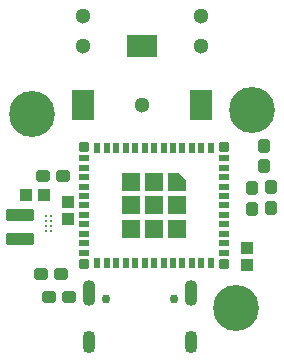
<source format=gbs>
%TF.GenerationSoftware,KiCad,Pcbnew,(7.0.0)*%
%TF.CreationDate,2023-11-25T14:09:18-08:00*%
%TF.ProjectId,Dot-LED,446f742d-4c45-4442-9e6b-696361645f70,rev?*%
%TF.SameCoordinates,Original*%
%TF.FileFunction,Soldermask,Bot*%
%TF.FilePolarity,Negative*%
%FSLAX46Y46*%
G04 Gerber Fmt 4.6, Leading zero omitted, Abs format (unit mm)*
G04 Created by KiCad (PCBNEW (7.0.0)) date 2023-11-25 14:09:18*
%MOMM*%
%LPD*%
G01*
G04 APERTURE LIST*
G04 Aperture macros list*
%AMRoundRect*
0 Rectangle with rounded corners*
0 $1 Rounding radius*
0 $2 $3 $4 $5 $6 $7 $8 $9 X,Y pos of 4 corners*
0 Add a 4 corners polygon primitive as box body*
4,1,4,$2,$3,$4,$5,$6,$7,$8,$9,$2,$3,0*
0 Add four circle primitives for the rounded corners*
1,1,$1+$1,$2,$3*
1,1,$1+$1,$4,$5*
1,1,$1+$1,$6,$7*
1,1,$1+$1,$8,$9*
0 Add four rect primitives between the rounded corners*
20,1,$1+$1,$2,$3,$4,$5,0*
20,1,$1+$1,$4,$5,$6,$7,0*
20,1,$1+$1,$6,$7,$8,$9,0*
20,1,$1+$1,$8,$9,$2,$3,0*%
%AMFreePoly0*
4,1,14,0.760355,0.760355,0.775000,0.725000,0.775000,-0.725000,0.760355,-0.760355,0.725000,-0.775000,-0.125000,-0.775000,-0.160355,-0.760355,-0.760355,-0.160355,-0.775000,-0.125000,-0.775000,0.725000,-0.760355,0.760355,-0.725000,0.775000,0.725000,0.775000,0.760355,0.760355,0.760355,0.760355,$1*%
G04 Aperture macros list end*
%ADD10C,3.890000*%
%ADD11C,0.750000*%
%ADD12O,1.100000X2.200000*%
%ADD13O,1.100000X1.900000*%
%ADD14C,1.300000*%
%ADD15RoundRect,0.050000X-1.250000X0.900000X-1.250000X-0.900000X1.250000X-0.900000X1.250000X0.900000X0*%
%ADD16RoundRect,0.050000X-0.900000X1.250000X-0.900000X-1.250000X0.900000X-1.250000X0.900000X1.250000X0*%
%ADD17RoundRect,0.050000X1.100000X-0.425000X1.100000X0.425000X-1.100000X0.425000X-1.100000X-0.425000X0*%
%ADD18RoundRect,0.287500X-0.237500X0.300000X-0.237500X-0.300000X0.237500X-0.300000X0.237500X0.300000X0*%
%ADD19RoundRect,0.050000X0.400000X-0.200000X0.400000X0.200000X-0.400000X0.200000X-0.400000X-0.200000X0*%
%ADD20RoundRect,0.050000X0.200000X0.400000X-0.200000X0.400000X-0.200000X-0.400000X0.200000X-0.400000X0*%
%ADD21RoundRect,0.050000X0.725000X-0.725000X0.725000X0.725000X-0.725000X0.725000X-0.725000X-0.725000X0*%
%ADD22FreePoly0,180.000000*%
%ADD23RoundRect,0.050000X0.350000X-0.350000X0.350000X0.350000X-0.350000X0.350000X-0.350000X-0.350000X0*%
%ADD24RoundRect,0.287500X-0.300000X-0.237500X0.300000X-0.237500X0.300000X0.237500X-0.300000X0.237500X0*%
%ADD25RoundRect,0.287500X0.300000X0.237500X-0.300000X0.237500X-0.300000X-0.237500X0.300000X-0.237500X0*%
%ADD26RoundRect,0.050000X-0.500000X0.450000X-0.500000X-0.450000X0.500000X-0.450000X0.500000X0.450000X0*%
%ADD27RoundRect,0.287500X0.237500X-0.300000X0.237500X0.300000X-0.237500X0.300000X-0.237500X-0.300000X0*%
%ADD28C,0.300000*%
%ADD29RoundRect,0.050000X0.500000X-0.450000X0.500000X0.450000X-0.500000X0.450000X-0.500000X-0.450000X0*%
%ADD30RoundRect,0.050000X-0.450000X-0.500000X0.450000X-0.500000X0.450000X0.500000X-0.450000X0.500000X0*%
G04 APERTURE END LIST*
D10*
%TO.C,RX1*%
X136400000Y-48250000D03*
%TD*%
D11*
%TO.C,P1*%
X123990000Y-64220000D03*
X129770000Y-64220000D03*
D12*
X122559999Y-63719999D03*
D13*
X122559999Y-67899999D03*
D12*
X131199999Y-63719999D03*
D13*
X131199999Y-67899999D03*
%TD*%
D14*
%TO.C,CON1*%
X132050000Y-40300000D03*
X122050000Y-40300000D03*
X132050000Y-42800000D03*
X122050000Y-42800000D03*
X127050000Y-47800000D03*
D15*
X127050000Y-42800000D03*
D16*
X122050000Y-47800000D03*
X132050000Y-47800000D03*
%TD*%
D10*
%TO.C,GND2*%
X135000000Y-65050000D03*
%TD*%
%TO.C,TX1*%
X117750000Y-48550000D03*
%TD*%
D17*
%TO.C,L1*%
X116750000Y-59175000D03*
X116750000Y-57125000D03*
%TD*%
D18*
%TO.C,C7*%
X137400000Y-51287500D03*
X137400000Y-53012500D03*
%TD*%
D19*
%TO.C,U1*%
X133975000Y-52325000D03*
X133975000Y-53125000D03*
X133975000Y-53925000D03*
X133975000Y-54725000D03*
X133975000Y-55525000D03*
X133975000Y-56325000D03*
X133975000Y-57125000D03*
X133975000Y-57925000D03*
X133975000Y-58725000D03*
X133975000Y-59525000D03*
X133975000Y-60325000D03*
D20*
X132875000Y-61225000D03*
X132075000Y-61225000D03*
X131275000Y-61225000D03*
X130475000Y-61225000D03*
X129675000Y-61225000D03*
X128875000Y-61225000D03*
X128075000Y-61225000D03*
X127275000Y-61225000D03*
X126475000Y-61225000D03*
X125675000Y-61225000D03*
X124875000Y-61225000D03*
X124075000Y-61225000D03*
X123275000Y-61225000D03*
D19*
X122175000Y-60325000D03*
X122175000Y-59525000D03*
X122175000Y-58725000D03*
X122175000Y-57925000D03*
X122175000Y-57125000D03*
X122175000Y-56325000D03*
X122175000Y-55525000D03*
X122175000Y-54725000D03*
X122175000Y-53925000D03*
X122175000Y-53125000D03*
X122175000Y-52325000D03*
D20*
X123275000Y-51425000D03*
X124075000Y-51425000D03*
X124875000Y-51425000D03*
X125675000Y-51425000D03*
X126475000Y-51425000D03*
X127275000Y-51425000D03*
X128075000Y-51425000D03*
X128875000Y-51425000D03*
X129675000Y-51425000D03*
X130475000Y-51425000D03*
X131275000Y-51425000D03*
X132075000Y-51425000D03*
X132875000Y-51425000D03*
D21*
X130050000Y-58300000D03*
X130050000Y-56325000D03*
D22*
X130050000Y-54350000D03*
D21*
X128075000Y-58300000D03*
X128075000Y-56325000D03*
X128075000Y-54350000D03*
X126100000Y-58300000D03*
X126100000Y-56325000D03*
X126100000Y-54350000D03*
D23*
X122125000Y-51375000D03*
X122125000Y-61275000D03*
X134025000Y-61275000D03*
X134025000Y-51375000D03*
%TD*%
D24*
%TO.C,C14*%
X118637500Y-53800000D03*
X120362500Y-53800000D03*
%TD*%
D25*
%TO.C,C18*%
X120212500Y-62150000D03*
X118487500Y-62150000D03*
%TD*%
D26*
%TO.C,R7*%
X120750000Y-56000000D03*
X120750000Y-57500000D03*
%TD*%
D27*
%TO.C,C6*%
X137950000Y-56512500D03*
X137950000Y-54787500D03*
%TD*%
D25*
%TO.C,C16*%
X120862500Y-64050000D03*
X119137500Y-64050000D03*
%TD*%
D28*
%TO.C,IC1*%
X118950000Y-58450000D03*
X119350000Y-58450000D03*
X118950000Y-58050000D03*
X119350000Y-58050000D03*
X118950000Y-57650000D03*
X119350000Y-57650000D03*
X118950000Y-57250000D03*
X119350000Y-57250000D03*
%TD*%
D29*
%TO.C,R3*%
X135950000Y-61400000D03*
X135950000Y-59900000D03*
%TD*%
D18*
%TO.C,C15*%
X136400000Y-54887500D03*
X136400000Y-56612500D03*
%TD*%
D30*
%TO.C,R6*%
X117250000Y-55400000D03*
X118750000Y-55400000D03*
%TD*%
M02*

</source>
